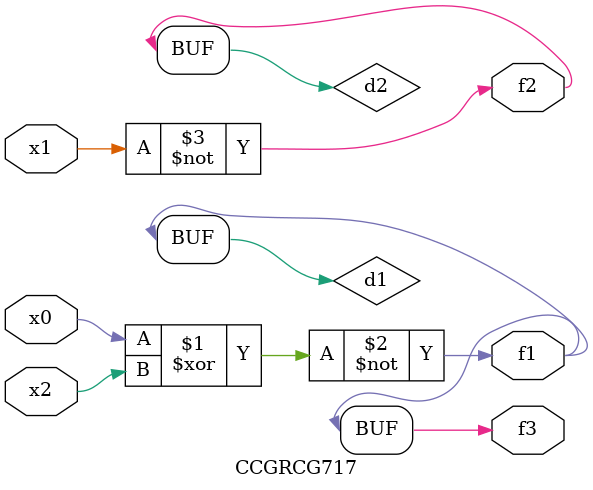
<source format=v>
module CCGRCG717(
	input x0, x1, x2,
	output f1, f2, f3
);

	wire d1, d2, d3;

	xnor (d1, x0, x2);
	nand (d2, x1);
	nor (d3, x1, x2);
	assign f1 = d1;
	assign f2 = d2;
	assign f3 = d1;
endmodule

</source>
